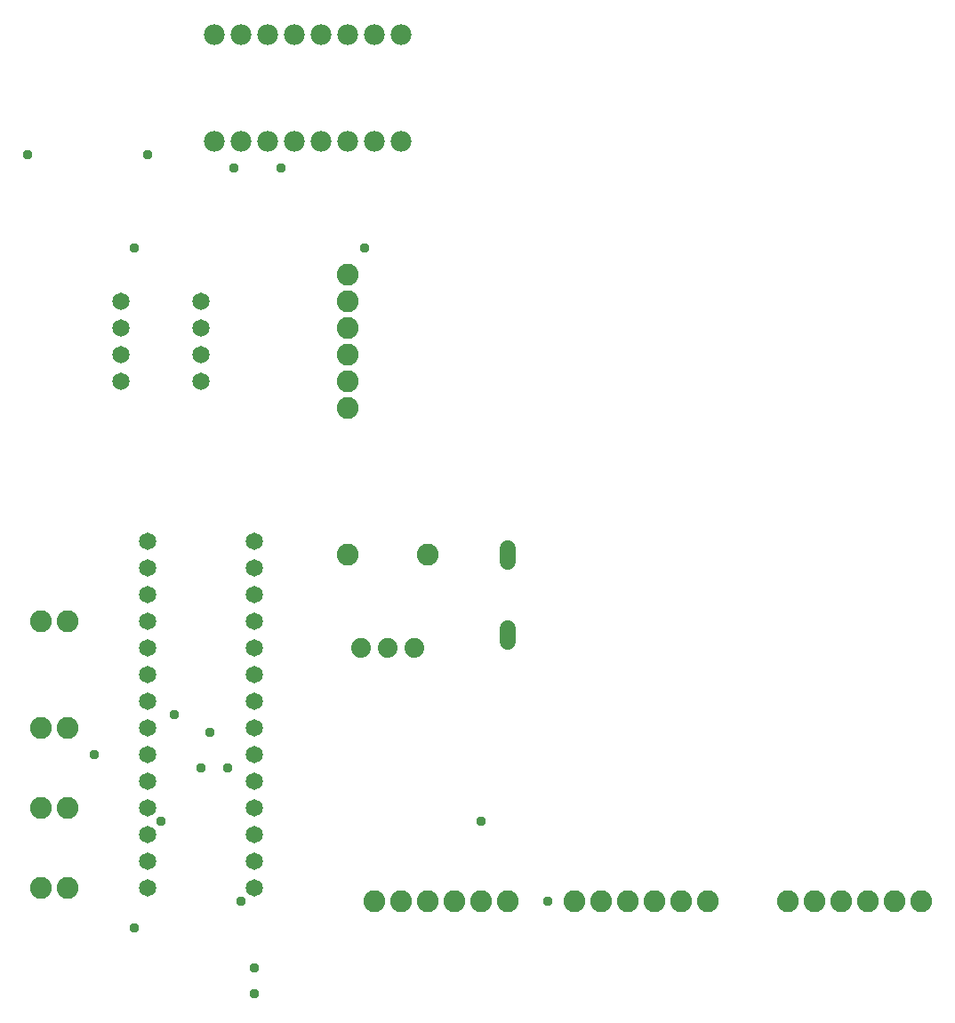
<source format=gbr>
G04 EAGLE Gerber RS-274X export*
G75*
%MOMM*%
%FSLAX34Y34*%
%LPD*%
%INSoldermask Top*%
%IPPOS*%
%AMOC8*
5,1,8,0,0,1.08239X$1,22.5*%
G01*
G04 Define Apertures*
%ADD10C,2.082800*%
%ADD11C,1.644200*%
%ADD12C,1.655100*%
%ADD13C,1.981200*%
%ADD14C,1.524000*%
%ADD15C,1.879600*%
%ADD16C,0.959600*%
D10*
X76200Y88900D03*
X101600Y88900D03*
X76200Y165100D03*
X101600Y165100D03*
X76200Y241300D03*
X101600Y241300D03*
D11*
X177800Y419100D03*
X177800Y393700D03*
X177800Y368300D03*
X177800Y342900D03*
X177800Y317500D03*
X177800Y292100D03*
X177800Y266700D03*
X177800Y241300D03*
X177800Y215900D03*
X177800Y190500D03*
X177800Y165100D03*
X177800Y139700D03*
X177800Y114300D03*
X177800Y88900D03*
X279400Y88900D03*
X279400Y114300D03*
X279400Y139700D03*
X279400Y165100D03*
X279400Y190500D03*
X279400Y215900D03*
X279400Y241300D03*
X279400Y266700D03*
X279400Y292100D03*
X279400Y317500D03*
X279400Y342900D03*
X279400Y368300D03*
X279400Y393700D03*
X279400Y419100D03*
D12*
X152400Y647700D03*
X152400Y622300D03*
X152400Y596900D03*
X152400Y571500D03*
X228600Y571500D03*
X228600Y596900D03*
X228600Y622300D03*
X228600Y647700D03*
D10*
X76200Y342900D03*
X101600Y342900D03*
X393700Y76200D03*
X419100Y76200D03*
X444500Y76200D03*
X469900Y76200D03*
X495300Y76200D03*
X520700Y76200D03*
X787400Y76200D03*
X812800Y76200D03*
X838200Y76200D03*
X863600Y76200D03*
X889000Y76200D03*
X914400Y76200D03*
X584200Y76200D03*
X609600Y76200D03*
X635000Y76200D03*
X660400Y76200D03*
X685800Y76200D03*
X711200Y76200D03*
X368300Y546100D03*
X368300Y571500D03*
X368300Y596900D03*
X368300Y622300D03*
X368300Y647700D03*
X368300Y673100D03*
D13*
X241300Y800100D03*
X266700Y800100D03*
X292100Y800100D03*
X317500Y800100D03*
X342900Y800100D03*
X368300Y800100D03*
X419100Y800100D03*
X393700Y800100D03*
X419100Y901700D03*
X292100Y901700D03*
X317500Y901700D03*
X342900Y901700D03*
X393700Y901700D03*
X368300Y901700D03*
X266700Y901700D03*
X241300Y901700D03*
D10*
X368300Y406400D03*
X444500Y406400D03*
D14*
X520700Y336804D02*
X520700Y323596D01*
X520700Y399796D02*
X520700Y413004D01*
D15*
X381000Y317500D03*
X406400Y317500D03*
X431800Y317500D03*
D16*
X237009Y237009D03*
X266700Y76200D03*
X165100Y50800D03*
X63500Y787400D03*
X177800Y787400D03*
X304800Y774700D03*
X260068Y774700D03*
X279400Y12700D03*
X203200Y254000D03*
X254000Y203200D03*
X279400Y-11458D03*
X495300Y152400D03*
X558800Y76200D03*
X384403Y698500D03*
X165100Y698500D03*
X127000Y215900D03*
X228600Y203200D03*
X190500Y152400D03*
M02*

</source>
